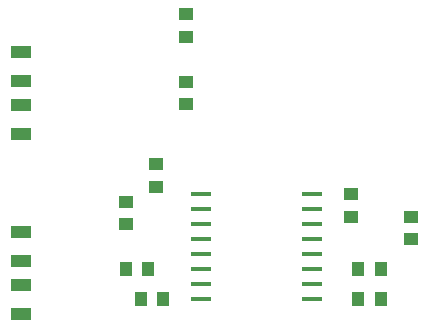
<source format=gbr>
%TF.GenerationSoftware,Novarm,DipTrace,3.1.0.1*%
%TF.CreationDate,2017-08-28T19:58:40+02:00*%
%FSLAX26Y26*%
%MOIN*%
%TF.FileFunction,Paste,Top*%
%TF.Part,Single*%
%ADD43R,0.07074X0.039244*%
%ADD49R,0.043181X0.051055*%
%ADD51R,0.07074X0.015622*%
%ADD53R,0.051055X0.043181*%
G75*
G01*
%LPD*%
D53*
X1094000Y1094000D3*
Y1019197D3*
X1744000Y994000D3*
Y919197D3*
X994000Y894000D3*
Y968803D3*
X1944000Y844000D3*
Y918803D3*
X1194000Y1368803D3*
Y1294000D3*
Y1594000D3*
Y1519197D3*
D51*
X1244000Y994000D3*
Y944000D3*
Y894000D3*
Y844000D3*
Y794000D3*
Y744000D3*
Y694000D3*
Y644000D3*
X1614079D3*
Y694000D3*
Y744000D3*
Y794000D3*
Y844000D3*
Y894000D3*
Y944000D3*
Y994000D3*
D49*
X994000Y744000D3*
X1068803D3*
X1044000Y644000D3*
X1118803D3*
X1844000Y744000D3*
X1769197D3*
X1844000Y644000D3*
X1769197D3*
D43*
X644000Y1194000D3*
Y1292425D3*
Y1371165D3*
Y1469591D3*
Y594000D3*
Y692425D3*
Y771165D3*
Y869591D3*
M02*

</source>
